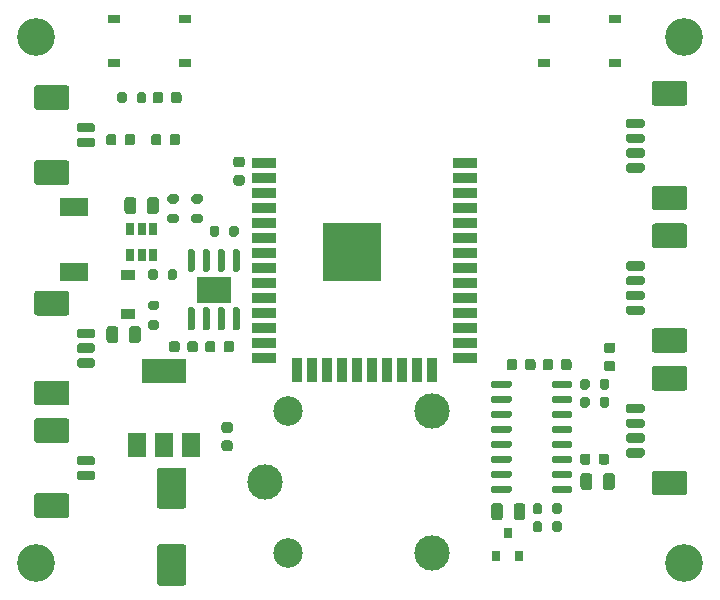
<source format=gbr>
%TF.GenerationSoftware,KiCad,Pcbnew,(5.1.12)-1*%
%TF.CreationDate,2022-08-07T17:33:45+09:00*%
%TF.ProjectId,STAC,53544143-2e6b-4696-9361-645f70636258,rev?*%
%TF.SameCoordinates,Original*%
%TF.FileFunction,Soldermask,Top*%
%TF.FilePolarity,Negative*%
%FSLAX46Y46*%
G04 Gerber Fmt 4.6, Leading zero omitted, Abs format (unit mm)*
G04 Created by KiCad (PCBNEW (5.1.12)-1) date 2022-08-07 17:33:45*
%MOMM*%
%LPD*%
G01*
G04 APERTURE LIST*
%ADD10R,1.200000X0.900000*%
%ADD11C,2.500000*%
%ADD12C,3.000000*%
%ADD13R,2.400000X1.500000*%
%ADD14R,0.800000X0.900000*%
%ADD15R,1.000000X0.750000*%
%ADD16R,0.650000X1.060000*%
%ADD17R,3.800000X2.000000*%
%ADD18R,1.500000X2.000000*%
%ADD19R,5.000000X5.000000*%
%ADD20R,2.000000X0.900000*%
%ADD21R,0.900000X2.000000*%
%ADD22C,3.200000*%
%ADD23R,3.000000X2.290000*%
G04 APERTURE END LIST*
%TO.C,U5*%
G36*
G01*
X116791000Y-85194000D02*
X116791000Y-85494000D01*
G75*
G02*
X116641000Y-85644000I-150000J0D01*
G01*
X115191000Y-85644000D01*
G75*
G02*
X115041000Y-85494000I0J150000D01*
G01*
X115041000Y-85194000D01*
G75*
G02*
X115191000Y-85044000I150000J0D01*
G01*
X116641000Y-85044000D01*
G75*
G02*
X116791000Y-85194000I0J-150000D01*
G01*
G37*
G36*
G01*
X116791000Y-83924000D02*
X116791000Y-84224000D01*
G75*
G02*
X116641000Y-84374000I-150000J0D01*
G01*
X115191000Y-84374000D01*
G75*
G02*
X115041000Y-84224000I0J150000D01*
G01*
X115041000Y-83924000D01*
G75*
G02*
X115191000Y-83774000I150000J0D01*
G01*
X116641000Y-83774000D01*
G75*
G02*
X116791000Y-83924000I0J-150000D01*
G01*
G37*
G36*
G01*
X116791000Y-82654000D02*
X116791000Y-82954000D01*
G75*
G02*
X116641000Y-83104000I-150000J0D01*
G01*
X115191000Y-83104000D01*
G75*
G02*
X115041000Y-82954000I0J150000D01*
G01*
X115041000Y-82654000D01*
G75*
G02*
X115191000Y-82504000I150000J0D01*
G01*
X116641000Y-82504000D01*
G75*
G02*
X116791000Y-82654000I0J-150000D01*
G01*
G37*
G36*
G01*
X116791000Y-81384000D02*
X116791000Y-81684000D01*
G75*
G02*
X116641000Y-81834000I-150000J0D01*
G01*
X115191000Y-81834000D01*
G75*
G02*
X115041000Y-81684000I0J150000D01*
G01*
X115041000Y-81384000D01*
G75*
G02*
X115191000Y-81234000I150000J0D01*
G01*
X116641000Y-81234000D01*
G75*
G02*
X116791000Y-81384000I0J-150000D01*
G01*
G37*
G36*
G01*
X116791000Y-80114000D02*
X116791000Y-80414000D01*
G75*
G02*
X116641000Y-80564000I-150000J0D01*
G01*
X115191000Y-80564000D01*
G75*
G02*
X115041000Y-80414000I0J150000D01*
G01*
X115041000Y-80114000D01*
G75*
G02*
X115191000Y-79964000I150000J0D01*
G01*
X116641000Y-79964000D01*
G75*
G02*
X116791000Y-80114000I0J-150000D01*
G01*
G37*
G36*
G01*
X116791000Y-78844000D02*
X116791000Y-79144000D01*
G75*
G02*
X116641000Y-79294000I-150000J0D01*
G01*
X115191000Y-79294000D01*
G75*
G02*
X115041000Y-79144000I0J150000D01*
G01*
X115041000Y-78844000D01*
G75*
G02*
X115191000Y-78694000I150000J0D01*
G01*
X116641000Y-78694000D01*
G75*
G02*
X116791000Y-78844000I0J-150000D01*
G01*
G37*
G36*
G01*
X116791000Y-77574000D02*
X116791000Y-77874000D01*
G75*
G02*
X116641000Y-78024000I-150000J0D01*
G01*
X115191000Y-78024000D01*
G75*
G02*
X115041000Y-77874000I0J150000D01*
G01*
X115041000Y-77574000D01*
G75*
G02*
X115191000Y-77424000I150000J0D01*
G01*
X116641000Y-77424000D01*
G75*
G02*
X116791000Y-77574000I0J-150000D01*
G01*
G37*
G36*
G01*
X116791000Y-76304000D02*
X116791000Y-76604000D01*
G75*
G02*
X116641000Y-76754000I-150000J0D01*
G01*
X115191000Y-76754000D01*
G75*
G02*
X115041000Y-76604000I0J150000D01*
G01*
X115041000Y-76304000D01*
G75*
G02*
X115191000Y-76154000I150000J0D01*
G01*
X116641000Y-76154000D01*
G75*
G02*
X116791000Y-76304000I0J-150000D01*
G01*
G37*
G36*
G01*
X121941000Y-76304000D02*
X121941000Y-76604000D01*
G75*
G02*
X121791000Y-76754000I-150000J0D01*
G01*
X120341000Y-76754000D01*
G75*
G02*
X120191000Y-76604000I0J150000D01*
G01*
X120191000Y-76304000D01*
G75*
G02*
X120341000Y-76154000I150000J0D01*
G01*
X121791000Y-76154000D01*
G75*
G02*
X121941000Y-76304000I0J-150000D01*
G01*
G37*
G36*
G01*
X121941000Y-77574000D02*
X121941000Y-77874000D01*
G75*
G02*
X121791000Y-78024000I-150000J0D01*
G01*
X120341000Y-78024000D01*
G75*
G02*
X120191000Y-77874000I0J150000D01*
G01*
X120191000Y-77574000D01*
G75*
G02*
X120341000Y-77424000I150000J0D01*
G01*
X121791000Y-77424000D01*
G75*
G02*
X121941000Y-77574000I0J-150000D01*
G01*
G37*
G36*
G01*
X121941000Y-78844000D02*
X121941000Y-79144000D01*
G75*
G02*
X121791000Y-79294000I-150000J0D01*
G01*
X120341000Y-79294000D01*
G75*
G02*
X120191000Y-79144000I0J150000D01*
G01*
X120191000Y-78844000D01*
G75*
G02*
X120341000Y-78694000I150000J0D01*
G01*
X121791000Y-78694000D01*
G75*
G02*
X121941000Y-78844000I0J-150000D01*
G01*
G37*
G36*
G01*
X121941000Y-80114000D02*
X121941000Y-80414000D01*
G75*
G02*
X121791000Y-80564000I-150000J0D01*
G01*
X120341000Y-80564000D01*
G75*
G02*
X120191000Y-80414000I0J150000D01*
G01*
X120191000Y-80114000D01*
G75*
G02*
X120341000Y-79964000I150000J0D01*
G01*
X121791000Y-79964000D01*
G75*
G02*
X121941000Y-80114000I0J-150000D01*
G01*
G37*
G36*
G01*
X121941000Y-81384000D02*
X121941000Y-81684000D01*
G75*
G02*
X121791000Y-81834000I-150000J0D01*
G01*
X120341000Y-81834000D01*
G75*
G02*
X120191000Y-81684000I0J150000D01*
G01*
X120191000Y-81384000D01*
G75*
G02*
X120341000Y-81234000I150000J0D01*
G01*
X121791000Y-81234000D01*
G75*
G02*
X121941000Y-81384000I0J-150000D01*
G01*
G37*
G36*
G01*
X121941000Y-82654000D02*
X121941000Y-82954000D01*
G75*
G02*
X121791000Y-83104000I-150000J0D01*
G01*
X120341000Y-83104000D01*
G75*
G02*
X120191000Y-82954000I0J150000D01*
G01*
X120191000Y-82654000D01*
G75*
G02*
X120341000Y-82504000I150000J0D01*
G01*
X121791000Y-82504000D01*
G75*
G02*
X121941000Y-82654000I0J-150000D01*
G01*
G37*
G36*
G01*
X121941000Y-83924000D02*
X121941000Y-84224000D01*
G75*
G02*
X121791000Y-84374000I-150000J0D01*
G01*
X120341000Y-84374000D01*
G75*
G02*
X120191000Y-84224000I0J150000D01*
G01*
X120191000Y-83924000D01*
G75*
G02*
X120341000Y-83774000I150000J0D01*
G01*
X121791000Y-83774000D01*
G75*
G02*
X121941000Y-83924000I0J-150000D01*
G01*
G37*
G36*
G01*
X121941000Y-85194000D02*
X121941000Y-85494000D01*
G75*
G02*
X121791000Y-85644000I-150000J0D01*
G01*
X120341000Y-85644000D01*
G75*
G02*
X120191000Y-85494000I0J150000D01*
G01*
X120191000Y-85194000D01*
G75*
G02*
X120341000Y-85044000I150000J0D01*
G01*
X121791000Y-85044000D01*
G75*
G02*
X121941000Y-85194000I0J-150000D01*
G01*
G37*
%TD*%
%TO.C,C1*%
G36*
G01*
X84021000Y-61816000D02*
X84021000Y-60866000D01*
G75*
G02*
X84271000Y-60616000I250000J0D01*
G01*
X84771000Y-60616000D01*
G75*
G02*
X85021000Y-60866000I0J-250000D01*
G01*
X85021000Y-61816000D01*
G75*
G02*
X84771000Y-62066000I-250000J0D01*
G01*
X84271000Y-62066000D01*
G75*
G02*
X84021000Y-61816000I0J250000D01*
G01*
G37*
G36*
G01*
X85921000Y-61816000D02*
X85921000Y-60866000D01*
G75*
G02*
X86171000Y-60616000I250000J0D01*
G01*
X86671000Y-60616000D01*
G75*
G02*
X86921000Y-60866000I0J-250000D01*
G01*
X86921000Y-61816000D01*
G75*
G02*
X86671000Y-62066000I-250000J0D01*
G01*
X86171000Y-62066000D01*
G75*
G02*
X85921000Y-61816000I0J250000D01*
G01*
G37*
%TD*%
%TO.C,C2*%
G36*
G01*
X87011000Y-83519000D02*
X89011000Y-83519000D01*
G75*
G02*
X89261000Y-83769000I0J-250000D01*
G01*
X89261000Y-86769000D01*
G75*
G02*
X89011000Y-87019000I-250000J0D01*
G01*
X87011000Y-87019000D01*
G75*
G02*
X86761000Y-86769000I0J250000D01*
G01*
X86761000Y-83769000D01*
G75*
G02*
X87011000Y-83519000I250000J0D01*
G01*
G37*
G36*
G01*
X87011000Y-90019000D02*
X89011000Y-90019000D01*
G75*
G02*
X89261000Y-90269000I0J-250000D01*
G01*
X89261000Y-93269000D01*
G75*
G02*
X89011000Y-93519000I-250000J0D01*
G01*
X87011000Y-93519000D01*
G75*
G02*
X86761000Y-93269000I0J250000D01*
G01*
X86761000Y-90269000D01*
G75*
G02*
X87011000Y-90019000I250000J0D01*
G01*
G37*
%TD*%
%TO.C,C3*%
G36*
G01*
X83497000Y-71788000D02*
X83497000Y-72738000D01*
G75*
G02*
X83247000Y-72988000I-250000J0D01*
G01*
X82747000Y-72988000D01*
G75*
G02*
X82497000Y-72738000I0J250000D01*
G01*
X82497000Y-71788000D01*
G75*
G02*
X82747000Y-71538000I250000J0D01*
G01*
X83247000Y-71538000D01*
G75*
G02*
X83497000Y-71788000I0J-250000D01*
G01*
G37*
G36*
G01*
X85397000Y-71788000D02*
X85397000Y-72738000D01*
G75*
G02*
X85147000Y-72988000I-250000J0D01*
G01*
X84647000Y-72988000D01*
G75*
G02*
X84397000Y-72738000I0J250000D01*
G01*
X84397000Y-71788000D01*
G75*
G02*
X84647000Y-71538000I250000J0D01*
G01*
X85147000Y-71538000D01*
G75*
G02*
X85397000Y-71788000I0J-250000D01*
G01*
G37*
%TD*%
%TO.C,C4*%
G36*
G01*
X125345000Y-75380000D02*
X124845000Y-75380000D01*
G75*
G02*
X124620000Y-75155000I0J225000D01*
G01*
X124620000Y-74705000D01*
G75*
G02*
X124845000Y-74480000I225000J0D01*
G01*
X125345000Y-74480000D01*
G75*
G02*
X125570000Y-74705000I0J-225000D01*
G01*
X125570000Y-75155000D01*
G75*
G02*
X125345000Y-75380000I-225000J0D01*
G01*
G37*
G36*
G01*
X125345000Y-73830000D02*
X124845000Y-73830000D01*
G75*
G02*
X124620000Y-73605000I0J225000D01*
G01*
X124620000Y-73155000D01*
G75*
G02*
X124845000Y-72930000I225000J0D01*
G01*
X125345000Y-72930000D01*
G75*
G02*
X125570000Y-73155000I0J-225000D01*
G01*
X125570000Y-73605000D01*
G75*
G02*
X125345000Y-73830000I-225000J0D01*
G01*
G37*
%TD*%
%TO.C,C5*%
G36*
G01*
X92960000Y-82124000D02*
X92460000Y-82124000D01*
G75*
G02*
X92235000Y-81899000I0J225000D01*
G01*
X92235000Y-81449000D01*
G75*
G02*
X92460000Y-81224000I225000J0D01*
G01*
X92960000Y-81224000D01*
G75*
G02*
X93185000Y-81449000I0J-225000D01*
G01*
X93185000Y-81899000D01*
G75*
G02*
X92960000Y-82124000I-225000J0D01*
G01*
G37*
G36*
G01*
X92960000Y-80574000D02*
X92460000Y-80574000D01*
G75*
G02*
X92235000Y-80349000I0J225000D01*
G01*
X92235000Y-79899000D01*
G75*
G02*
X92460000Y-79674000I225000J0D01*
G01*
X92960000Y-79674000D01*
G75*
G02*
X93185000Y-79899000I0J-225000D01*
G01*
X93185000Y-80349000D01*
G75*
G02*
X92960000Y-80574000I-225000J0D01*
G01*
G37*
%TD*%
%TO.C,C6*%
G36*
G01*
X123629000Y-84234000D02*
X123629000Y-85184000D01*
G75*
G02*
X123379000Y-85434000I-250000J0D01*
G01*
X122879000Y-85434000D01*
G75*
G02*
X122629000Y-85184000I0J250000D01*
G01*
X122629000Y-84234000D01*
G75*
G02*
X122879000Y-83984000I250000J0D01*
G01*
X123379000Y-83984000D01*
G75*
G02*
X123629000Y-84234000I0J-250000D01*
G01*
G37*
G36*
G01*
X125529000Y-84234000D02*
X125529000Y-85184000D01*
G75*
G02*
X125279000Y-85434000I-250000J0D01*
G01*
X124779000Y-85434000D01*
G75*
G02*
X124529000Y-85184000I0J250000D01*
G01*
X124529000Y-84234000D01*
G75*
G02*
X124779000Y-83984000I250000J0D01*
G01*
X125279000Y-83984000D01*
G75*
G02*
X125529000Y-84234000I0J-250000D01*
G01*
G37*
%TD*%
%TO.C,C7*%
G36*
G01*
X86405000Y-52447000D02*
X86405000Y-51947000D01*
G75*
G02*
X86630000Y-51722000I225000J0D01*
G01*
X87080000Y-51722000D01*
G75*
G02*
X87305000Y-51947000I0J-225000D01*
G01*
X87305000Y-52447000D01*
G75*
G02*
X87080000Y-52672000I-225000J0D01*
G01*
X86630000Y-52672000D01*
G75*
G02*
X86405000Y-52447000I0J225000D01*
G01*
G37*
G36*
G01*
X87955000Y-52447000D02*
X87955000Y-51947000D01*
G75*
G02*
X88180000Y-51722000I225000J0D01*
G01*
X88630000Y-51722000D01*
G75*
G02*
X88855000Y-51947000I0J-225000D01*
G01*
X88855000Y-52447000D01*
G75*
G02*
X88630000Y-52672000I-225000J0D01*
G01*
X88180000Y-52672000D01*
G75*
G02*
X87955000Y-52447000I0J225000D01*
G01*
G37*
%TD*%
%TO.C,C8*%
G36*
G01*
X88689000Y-73029000D02*
X88689000Y-73529000D01*
G75*
G02*
X88464000Y-73754000I-225000J0D01*
G01*
X88014000Y-73754000D01*
G75*
G02*
X87789000Y-73529000I0J225000D01*
G01*
X87789000Y-73029000D01*
G75*
G02*
X88014000Y-72804000I225000J0D01*
G01*
X88464000Y-72804000D01*
G75*
G02*
X88689000Y-73029000I0J-225000D01*
G01*
G37*
G36*
G01*
X90239000Y-73029000D02*
X90239000Y-73529000D01*
G75*
G02*
X90014000Y-73754000I-225000J0D01*
G01*
X89564000Y-73754000D01*
G75*
G02*
X89339000Y-73529000I0J225000D01*
G01*
X89339000Y-73029000D01*
G75*
G02*
X89564000Y-72804000I225000J0D01*
G01*
X90014000Y-72804000D01*
G75*
G02*
X90239000Y-73029000I0J-225000D01*
G01*
G37*
%TD*%
%TO.C,C9*%
G36*
G01*
X116377000Y-75053000D02*
X116377000Y-74553000D01*
G75*
G02*
X116602000Y-74328000I225000J0D01*
G01*
X117052000Y-74328000D01*
G75*
G02*
X117277000Y-74553000I0J-225000D01*
G01*
X117277000Y-75053000D01*
G75*
G02*
X117052000Y-75278000I-225000J0D01*
G01*
X116602000Y-75278000D01*
G75*
G02*
X116377000Y-75053000I0J225000D01*
G01*
G37*
G36*
G01*
X117927000Y-75053000D02*
X117927000Y-74553000D01*
G75*
G02*
X118152000Y-74328000I225000J0D01*
G01*
X118602000Y-74328000D01*
G75*
G02*
X118827000Y-74553000I0J-225000D01*
G01*
X118827000Y-75053000D01*
G75*
G02*
X118602000Y-75278000I-225000J0D01*
G01*
X118152000Y-75278000D01*
G75*
G02*
X117927000Y-75053000I0J225000D01*
G01*
G37*
%TD*%
%TO.C,C10*%
G36*
G01*
X120975000Y-75053000D02*
X120975000Y-74553000D01*
G75*
G02*
X121200000Y-74328000I225000J0D01*
G01*
X121650000Y-74328000D01*
G75*
G02*
X121875000Y-74553000I0J-225000D01*
G01*
X121875000Y-75053000D01*
G75*
G02*
X121650000Y-75278000I-225000J0D01*
G01*
X121200000Y-75278000D01*
G75*
G02*
X120975000Y-75053000I0J225000D01*
G01*
G37*
G36*
G01*
X119425000Y-75053000D02*
X119425000Y-74553000D01*
G75*
G02*
X119650000Y-74328000I225000J0D01*
G01*
X120100000Y-74328000D01*
G75*
G02*
X120325000Y-74553000I0J-225000D01*
G01*
X120325000Y-75053000D01*
G75*
G02*
X120100000Y-75278000I-225000J0D01*
G01*
X119650000Y-75278000D01*
G75*
G02*
X119425000Y-75053000I0J225000D01*
G01*
G37*
%TD*%
%TO.C,C11*%
G36*
G01*
X93476000Y-58745000D02*
X93976000Y-58745000D01*
G75*
G02*
X94201000Y-58970000I0J-225000D01*
G01*
X94201000Y-59420000D01*
G75*
G02*
X93976000Y-59645000I-225000J0D01*
G01*
X93476000Y-59645000D01*
G75*
G02*
X93251000Y-59420000I0J225000D01*
G01*
X93251000Y-58970000D01*
G75*
G02*
X93476000Y-58745000I225000J0D01*
G01*
G37*
G36*
G01*
X93476000Y-57195000D02*
X93976000Y-57195000D01*
G75*
G02*
X94201000Y-57420000I0J-225000D01*
G01*
X94201000Y-57870000D01*
G75*
G02*
X93976000Y-58095000I-225000J0D01*
G01*
X93476000Y-58095000D01*
G75*
G02*
X93251000Y-57870000I0J225000D01*
G01*
X93251000Y-57420000D01*
G75*
G02*
X93476000Y-57195000I225000J0D01*
G01*
G37*
%TD*%
%TO.C,C12*%
G36*
G01*
X115070000Y-87724000D02*
X115070000Y-86774000D01*
G75*
G02*
X115320000Y-86524000I250000J0D01*
G01*
X115820000Y-86524000D01*
G75*
G02*
X116070000Y-86774000I0J-250000D01*
G01*
X116070000Y-87724000D01*
G75*
G02*
X115820000Y-87974000I-250000J0D01*
G01*
X115320000Y-87974000D01*
G75*
G02*
X115070000Y-87724000I0J250000D01*
G01*
G37*
G36*
G01*
X116970000Y-87724000D02*
X116970000Y-86774000D01*
G75*
G02*
X117220000Y-86524000I250000J0D01*
G01*
X117720000Y-86524000D01*
G75*
G02*
X117970000Y-86774000I0J-250000D01*
G01*
X117970000Y-87724000D01*
G75*
G02*
X117720000Y-87974000I-250000J0D01*
G01*
X117220000Y-87974000D01*
G75*
G02*
X116970000Y-87724000I0J250000D01*
G01*
G37*
%TD*%
D10*
%TO.C,D1*%
X84328000Y-70484000D03*
X84328000Y-67184000D03*
%TD*%
%TO.C,D2*%
G36*
G01*
X87153000Y-55496750D02*
X87153000Y-56009250D01*
G75*
G02*
X86934250Y-56228000I-218750J0D01*
G01*
X86496750Y-56228000D01*
G75*
G02*
X86278000Y-56009250I0J218750D01*
G01*
X86278000Y-55496750D01*
G75*
G02*
X86496750Y-55278000I218750J0D01*
G01*
X86934250Y-55278000D01*
G75*
G02*
X87153000Y-55496750I0J-218750D01*
G01*
G37*
G36*
G01*
X88728000Y-55496750D02*
X88728000Y-56009250D01*
G75*
G02*
X88509250Y-56228000I-218750J0D01*
G01*
X88071750Y-56228000D01*
G75*
G02*
X87853000Y-56009250I0J218750D01*
G01*
X87853000Y-55496750D01*
G75*
G02*
X88071750Y-55278000I218750J0D01*
G01*
X88509250Y-55278000D01*
G75*
G02*
X88728000Y-55496750I0J-218750D01*
G01*
G37*
%TD*%
%TO.C,D3*%
G36*
G01*
X83343000Y-55496750D02*
X83343000Y-56009250D01*
G75*
G02*
X83124250Y-56228000I-218750J0D01*
G01*
X82686750Y-56228000D01*
G75*
G02*
X82468000Y-56009250I0J218750D01*
G01*
X82468000Y-55496750D01*
G75*
G02*
X82686750Y-55278000I218750J0D01*
G01*
X83124250Y-55278000D01*
G75*
G02*
X83343000Y-55496750I0J-218750D01*
G01*
G37*
G36*
G01*
X84918000Y-55496750D02*
X84918000Y-56009250D01*
G75*
G02*
X84699250Y-56228000I-218750J0D01*
G01*
X84261750Y-56228000D01*
G75*
G02*
X84043000Y-56009250I0J218750D01*
G01*
X84043000Y-55496750D01*
G75*
G02*
X84261750Y-55278000I218750J0D01*
G01*
X84699250Y-55278000D01*
G75*
G02*
X84918000Y-55496750I0J-218750D01*
G01*
G37*
%TD*%
%TO.C,D4*%
G36*
G01*
X93300000Y-73022750D02*
X93300000Y-73535250D01*
G75*
G02*
X93081250Y-73754000I-218750J0D01*
G01*
X92643750Y-73754000D01*
G75*
G02*
X92425000Y-73535250I0J218750D01*
G01*
X92425000Y-73022750D01*
G75*
G02*
X92643750Y-72804000I218750J0D01*
G01*
X93081250Y-72804000D01*
G75*
G02*
X93300000Y-73022750I0J-218750D01*
G01*
G37*
G36*
G01*
X91725000Y-73022750D02*
X91725000Y-73535250D01*
G75*
G02*
X91506250Y-73754000I-218750J0D01*
G01*
X91068750Y-73754000D01*
G75*
G02*
X90850000Y-73535250I0J218750D01*
G01*
X90850000Y-73022750D01*
G75*
G02*
X91068750Y-72804000I218750J0D01*
G01*
X91506250Y-72804000D01*
G75*
G02*
X91725000Y-73022750I0J-218750D01*
G01*
G37*
%TD*%
%TO.C,J1*%
G36*
G01*
X76608999Y-57497000D02*
X79109001Y-57497000D01*
G75*
G02*
X79359000Y-57746999I0J-249999D01*
G01*
X79359000Y-59347001D01*
G75*
G02*
X79109001Y-59597000I-249999J0D01*
G01*
X76608999Y-59597000D01*
G75*
G02*
X76359000Y-59347001I0J249999D01*
G01*
X76359000Y-57746999D01*
G75*
G02*
X76608999Y-57497000I249999J0D01*
G01*
G37*
G36*
G01*
X76608999Y-51147000D02*
X79109001Y-51147000D01*
G75*
G02*
X79359000Y-51396999I0J-249999D01*
G01*
X79359000Y-52997001D01*
G75*
G02*
X79109001Y-53247000I-249999J0D01*
G01*
X76608999Y-53247000D01*
G75*
G02*
X76359000Y-52997001I0J249999D01*
G01*
X76359000Y-51396999D01*
G75*
G02*
X76608999Y-51147000I249999J0D01*
G01*
G37*
G36*
G01*
X80159000Y-55597000D02*
X81359000Y-55597000D01*
G75*
G02*
X81559000Y-55797000I0J-200000D01*
G01*
X81559000Y-56197000D01*
G75*
G02*
X81359000Y-56397000I-200000J0D01*
G01*
X80159000Y-56397000D01*
G75*
G02*
X79959000Y-56197000I0J200000D01*
G01*
X79959000Y-55797000D01*
G75*
G02*
X80159000Y-55597000I200000J0D01*
G01*
G37*
G36*
G01*
X80159000Y-54347000D02*
X81359000Y-54347000D01*
G75*
G02*
X81559000Y-54547000I0J-200000D01*
G01*
X81559000Y-54947000D01*
G75*
G02*
X81359000Y-55147000I-200000J0D01*
G01*
X80159000Y-55147000D01*
G75*
G02*
X79959000Y-54947000I0J200000D01*
G01*
X79959000Y-54547000D01*
G75*
G02*
X80159000Y-54347000I200000J0D01*
G01*
G37*
%TD*%
%TO.C,J2*%
G36*
G01*
X80159000Y-82541000D02*
X81359000Y-82541000D01*
G75*
G02*
X81559000Y-82741000I0J-200000D01*
G01*
X81559000Y-83141000D01*
G75*
G02*
X81359000Y-83341000I-200000J0D01*
G01*
X80159000Y-83341000D01*
G75*
G02*
X79959000Y-83141000I0J200000D01*
G01*
X79959000Y-82741000D01*
G75*
G02*
X80159000Y-82541000I200000J0D01*
G01*
G37*
G36*
G01*
X80159000Y-83791000D02*
X81359000Y-83791000D01*
G75*
G02*
X81559000Y-83991000I0J-200000D01*
G01*
X81559000Y-84391000D01*
G75*
G02*
X81359000Y-84591000I-200000J0D01*
G01*
X80159000Y-84591000D01*
G75*
G02*
X79959000Y-84391000I0J200000D01*
G01*
X79959000Y-83991000D01*
G75*
G02*
X80159000Y-83791000I200000J0D01*
G01*
G37*
G36*
G01*
X76608999Y-79341000D02*
X79109001Y-79341000D01*
G75*
G02*
X79359000Y-79590999I0J-249999D01*
G01*
X79359000Y-81191001D01*
G75*
G02*
X79109001Y-81441000I-249999J0D01*
G01*
X76608999Y-81441000D01*
G75*
G02*
X76359000Y-81191001I0J249999D01*
G01*
X76359000Y-79590999D01*
G75*
G02*
X76608999Y-79341000I249999J0D01*
G01*
G37*
G36*
G01*
X76608999Y-85691000D02*
X79109001Y-85691000D01*
G75*
G02*
X79359000Y-85940999I0J-249999D01*
G01*
X79359000Y-87541001D01*
G75*
G02*
X79109001Y-87791000I-249999J0D01*
G01*
X76608999Y-87791000D01*
G75*
G02*
X76359000Y-87541001I0J249999D01*
G01*
X76359000Y-85940999D01*
G75*
G02*
X76608999Y-85691000I249999J0D01*
G01*
G37*
%TD*%
%TO.C,J3*%
G36*
G01*
X131417001Y-77016000D02*
X128916999Y-77016000D01*
G75*
G02*
X128667000Y-76766001I0J249999D01*
G01*
X128667000Y-75165999D01*
G75*
G02*
X128916999Y-74916000I249999J0D01*
G01*
X131417001Y-74916000D01*
G75*
G02*
X131667000Y-75165999I0J-249999D01*
G01*
X131667000Y-76766001D01*
G75*
G02*
X131417001Y-77016000I-249999J0D01*
G01*
G37*
G36*
G01*
X131417001Y-85866000D02*
X128916999Y-85866000D01*
G75*
G02*
X128667000Y-85616001I0J249999D01*
G01*
X128667000Y-84015999D01*
G75*
G02*
X128916999Y-83766000I249999J0D01*
G01*
X131417001Y-83766000D01*
G75*
G02*
X131667000Y-84015999I0J-249999D01*
G01*
X131667000Y-85616001D01*
G75*
G02*
X131417001Y-85866000I-249999J0D01*
G01*
G37*
G36*
G01*
X127867000Y-78916000D02*
X126667000Y-78916000D01*
G75*
G02*
X126467000Y-78716000I0J200000D01*
G01*
X126467000Y-78316000D01*
G75*
G02*
X126667000Y-78116000I200000J0D01*
G01*
X127867000Y-78116000D01*
G75*
G02*
X128067000Y-78316000I0J-200000D01*
G01*
X128067000Y-78716000D01*
G75*
G02*
X127867000Y-78916000I-200000J0D01*
G01*
G37*
G36*
G01*
X127867000Y-80166000D02*
X126667000Y-80166000D01*
G75*
G02*
X126467000Y-79966000I0J200000D01*
G01*
X126467000Y-79566000D01*
G75*
G02*
X126667000Y-79366000I200000J0D01*
G01*
X127867000Y-79366000D01*
G75*
G02*
X128067000Y-79566000I0J-200000D01*
G01*
X128067000Y-79966000D01*
G75*
G02*
X127867000Y-80166000I-200000J0D01*
G01*
G37*
G36*
G01*
X127867000Y-81416000D02*
X126667000Y-81416000D01*
G75*
G02*
X126467000Y-81216000I0J200000D01*
G01*
X126467000Y-80816000D01*
G75*
G02*
X126667000Y-80616000I200000J0D01*
G01*
X127867000Y-80616000D01*
G75*
G02*
X128067000Y-80816000I0J-200000D01*
G01*
X128067000Y-81216000D01*
G75*
G02*
X127867000Y-81416000I-200000J0D01*
G01*
G37*
G36*
G01*
X127867000Y-82666000D02*
X126667000Y-82666000D01*
G75*
G02*
X126467000Y-82466000I0J200000D01*
G01*
X126467000Y-82066000D01*
G75*
G02*
X126667000Y-81866000I200000J0D01*
G01*
X127867000Y-81866000D01*
G75*
G02*
X128067000Y-82066000I0J-200000D01*
G01*
X128067000Y-82466000D01*
G75*
G02*
X127867000Y-82666000I-200000J0D01*
G01*
G37*
%TD*%
%TO.C,J4*%
G36*
G01*
X127867000Y-58536000D02*
X126667000Y-58536000D01*
G75*
G02*
X126467000Y-58336000I0J200000D01*
G01*
X126467000Y-57936000D01*
G75*
G02*
X126667000Y-57736000I200000J0D01*
G01*
X127867000Y-57736000D01*
G75*
G02*
X128067000Y-57936000I0J-200000D01*
G01*
X128067000Y-58336000D01*
G75*
G02*
X127867000Y-58536000I-200000J0D01*
G01*
G37*
G36*
G01*
X127867000Y-57286000D02*
X126667000Y-57286000D01*
G75*
G02*
X126467000Y-57086000I0J200000D01*
G01*
X126467000Y-56686000D01*
G75*
G02*
X126667000Y-56486000I200000J0D01*
G01*
X127867000Y-56486000D01*
G75*
G02*
X128067000Y-56686000I0J-200000D01*
G01*
X128067000Y-57086000D01*
G75*
G02*
X127867000Y-57286000I-200000J0D01*
G01*
G37*
G36*
G01*
X127867000Y-56036000D02*
X126667000Y-56036000D01*
G75*
G02*
X126467000Y-55836000I0J200000D01*
G01*
X126467000Y-55436000D01*
G75*
G02*
X126667000Y-55236000I200000J0D01*
G01*
X127867000Y-55236000D01*
G75*
G02*
X128067000Y-55436000I0J-200000D01*
G01*
X128067000Y-55836000D01*
G75*
G02*
X127867000Y-56036000I-200000J0D01*
G01*
G37*
G36*
G01*
X127867000Y-54786000D02*
X126667000Y-54786000D01*
G75*
G02*
X126467000Y-54586000I0J200000D01*
G01*
X126467000Y-54186000D01*
G75*
G02*
X126667000Y-53986000I200000J0D01*
G01*
X127867000Y-53986000D01*
G75*
G02*
X128067000Y-54186000I0J-200000D01*
G01*
X128067000Y-54586000D01*
G75*
G02*
X127867000Y-54786000I-200000J0D01*
G01*
G37*
G36*
G01*
X131417001Y-61736000D02*
X128916999Y-61736000D01*
G75*
G02*
X128667000Y-61486001I0J249999D01*
G01*
X128667000Y-59885999D01*
G75*
G02*
X128916999Y-59636000I249999J0D01*
G01*
X131417001Y-59636000D01*
G75*
G02*
X131667000Y-59885999I0J-249999D01*
G01*
X131667000Y-61486001D01*
G75*
G02*
X131417001Y-61736000I-249999J0D01*
G01*
G37*
G36*
G01*
X131417001Y-52886000D02*
X128916999Y-52886000D01*
G75*
G02*
X128667000Y-52636001I0J249999D01*
G01*
X128667000Y-51035999D01*
G75*
G02*
X128916999Y-50786000I249999J0D01*
G01*
X131417001Y-50786000D01*
G75*
G02*
X131667000Y-51035999I0J-249999D01*
G01*
X131667000Y-52636001D01*
G75*
G02*
X131417001Y-52886000I-249999J0D01*
G01*
G37*
%TD*%
%TO.C,J5*%
G36*
G01*
X127867000Y-70601000D02*
X126667000Y-70601000D01*
G75*
G02*
X126467000Y-70401000I0J200000D01*
G01*
X126467000Y-70001000D01*
G75*
G02*
X126667000Y-69801000I200000J0D01*
G01*
X127867000Y-69801000D01*
G75*
G02*
X128067000Y-70001000I0J-200000D01*
G01*
X128067000Y-70401000D01*
G75*
G02*
X127867000Y-70601000I-200000J0D01*
G01*
G37*
G36*
G01*
X127867000Y-69351000D02*
X126667000Y-69351000D01*
G75*
G02*
X126467000Y-69151000I0J200000D01*
G01*
X126467000Y-68751000D01*
G75*
G02*
X126667000Y-68551000I200000J0D01*
G01*
X127867000Y-68551000D01*
G75*
G02*
X128067000Y-68751000I0J-200000D01*
G01*
X128067000Y-69151000D01*
G75*
G02*
X127867000Y-69351000I-200000J0D01*
G01*
G37*
G36*
G01*
X127867000Y-68101000D02*
X126667000Y-68101000D01*
G75*
G02*
X126467000Y-67901000I0J200000D01*
G01*
X126467000Y-67501000D01*
G75*
G02*
X126667000Y-67301000I200000J0D01*
G01*
X127867000Y-67301000D01*
G75*
G02*
X128067000Y-67501000I0J-200000D01*
G01*
X128067000Y-67901000D01*
G75*
G02*
X127867000Y-68101000I-200000J0D01*
G01*
G37*
G36*
G01*
X127867000Y-66851000D02*
X126667000Y-66851000D01*
G75*
G02*
X126467000Y-66651000I0J200000D01*
G01*
X126467000Y-66251000D01*
G75*
G02*
X126667000Y-66051000I200000J0D01*
G01*
X127867000Y-66051000D01*
G75*
G02*
X128067000Y-66251000I0J-200000D01*
G01*
X128067000Y-66651000D01*
G75*
G02*
X127867000Y-66851000I-200000J0D01*
G01*
G37*
G36*
G01*
X131417001Y-73801000D02*
X128916999Y-73801000D01*
G75*
G02*
X128667000Y-73551001I0J249999D01*
G01*
X128667000Y-71950999D01*
G75*
G02*
X128916999Y-71701000I249999J0D01*
G01*
X131417001Y-71701000D01*
G75*
G02*
X131667000Y-71950999I0J-249999D01*
G01*
X131667000Y-73551001D01*
G75*
G02*
X131417001Y-73801000I-249999J0D01*
G01*
G37*
G36*
G01*
X131417001Y-64951000D02*
X128916999Y-64951000D01*
G75*
G02*
X128667000Y-64701001I0J249999D01*
G01*
X128667000Y-63100999D01*
G75*
G02*
X128916999Y-62851000I249999J0D01*
G01*
X131417001Y-62851000D01*
G75*
G02*
X131667000Y-63100999I0J-249999D01*
G01*
X131667000Y-64701001D01*
G75*
G02*
X131417001Y-64951000I-249999J0D01*
G01*
G37*
%TD*%
D11*
%TO.C,K1*%
X97835000Y-90759000D03*
D12*
X110035000Y-90759000D03*
X110085000Y-78709000D03*
D11*
X97835000Y-78759000D03*
D12*
X95885000Y-84709000D03*
%TD*%
D13*
%TO.C,L1*%
X79756000Y-61429000D03*
X79756000Y-66929000D03*
%TD*%
%TO.C,L2*%
G36*
G01*
X125050000Y-82547750D02*
X125050000Y-83060250D01*
G75*
G02*
X124831250Y-83279000I-218750J0D01*
G01*
X124393750Y-83279000D01*
G75*
G02*
X124175000Y-83060250I0J218750D01*
G01*
X124175000Y-82547750D01*
G75*
G02*
X124393750Y-82329000I218750J0D01*
G01*
X124831250Y-82329000D01*
G75*
G02*
X125050000Y-82547750I0J-218750D01*
G01*
G37*
G36*
G01*
X123475000Y-82547750D02*
X123475000Y-83060250D01*
G75*
G02*
X123256250Y-83279000I-218750J0D01*
G01*
X122818750Y-83279000D01*
G75*
G02*
X122600000Y-83060250I0J218750D01*
G01*
X122600000Y-82547750D01*
G75*
G02*
X122818750Y-82329000I218750J0D01*
G01*
X123256250Y-82329000D01*
G75*
G02*
X123475000Y-82547750I0J-218750D01*
G01*
G37*
%TD*%
D14*
%TO.C,Q1*%
X115509000Y-91043000D03*
X117409000Y-91043000D03*
X116459000Y-89043000D03*
%TD*%
%TO.C,R1*%
G36*
G01*
X92881000Y-63775000D02*
X92881000Y-63225000D01*
G75*
G02*
X93081000Y-63025000I200000J0D01*
G01*
X93481000Y-63025000D01*
G75*
G02*
X93681000Y-63225000I0J-200000D01*
G01*
X93681000Y-63775000D01*
G75*
G02*
X93481000Y-63975000I-200000J0D01*
G01*
X93081000Y-63975000D01*
G75*
G02*
X92881000Y-63775000I0J200000D01*
G01*
G37*
G36*
G01*
X91231000Y-63775000D02*
X91231000Y-63225000D01*
G75*
G02*
X91431000Y-63025000I200000J0D01*
G01*
X91831000Y-63025000D01*
G75*
G02*
X92031000Y-63225000I0J-200000D01*
G01*
X92031000Y-63775000D01*
G75*
G02*
X91831000Y-63975000I-200000J0D01*
G01*
X91431000Y-63975000D01*
G75*
G02*
X91231000Y-63775000I0J200000D01*
G01*
G37*
%TD*%
%TO.C,R2*%
G36*
G01*
X86762000Y-71837000D02*
X86212000Y-71837000D01*
G75*
G02*
X86012000Y-71637000I0J200000D01*
G01*
X86012000Y-71237000D01*
G75*
G02*
X86212000Y-71037000I200000J0D01*
G01*
X86762000Y-71037000D01*
G75*
G02*
X86962000Y-71237000I0J-200000D01*
G01*
X86962000Y-71637000D01*
G75*
G02*
X86762000Y-71837000I-200000J0D01*
G01*
G37*
G36*
G01*
X86762000Y-70187000D02*
X86212000Y-70187000D01*
G75*
G02*
X86012000Y-69987000I0J200000D01*
G01*
X86012000Y-69587000D01*
G75*
G02*
X86212000Y-69387000I200000J0D01*
G01*
X86762000Y-69387000D01*
G75*
G02*
X86962000Y-69587000I0J-200000D01*
G01*
X86962000Y-69987000D01*
G75*
G02*
X86762000Y-70187000I-200000J0D01*
G01*
G37*
%TD*%
%TO.C,R3*%
G36*
G01*
X86024000Y-67458000D02*
X86024000Y-66908000D01*
G75*
G02*
X86224000Y-66708000I200000J0D01*
G01*
X86624000Y-66708000D01*
G75*
G02*
X86824000Y-66908000I0J-200000D01*
G01*
X86824000Y-67458000D01*
G75*
G02*
X86624000Y-67658000I-200000J0D01*
G01*
X86224000Y-67658000D01*
G75*
G02*
X86024000Y-67458000I0J200000D01*
G01*
G37*
G36*
G01*
X87674000Y-67458000D02*
X87674000Y-66908000D01*
G75*
G02*
X87874000Y-66708000I200000J0D01*
G01*
X88274000Y-66708000D01*
G75*
G02*
X88474000Y-66908000I0J-200000D01*
G01*
X88474000Y-67458000D01*
G75*
G02*
X88274000Y-67658000I-200000J0D01*
G01*
X87874000Y-67658000D01*
G75*
G02*
X87674000Y-67458000I0J200000D01*
G01*
G37*
%TD*%
%TO.C,R4*%
G36*
G01*
X89895000Y-60370000D02*
X90445000Y-60370000D01*
G75*
G02*
X90645000Y-60570000I0J-200000D01*
G01*
X90645000Y-60970000D01*
G75*
G02*
X90445000Y-61170000I-200000J0D01*
G01*
X89895000Y-61170000D01*
G75*
G02*
X89695000Y-60970000I0J200000D01*
G01*
X89695000Y-60570000D01*
G75*
G02*
X89895000Y-60370000I200000J0D01*
G01*
G37*
G36*
G01*
X89895000Y-62020000D02*
X90445000Y-62020000D01*
G75*
G02*
X90645000Y-62220000I0J-200000D01*
G01*
X90645000Y-62620000D01*
G75*
G02*
X90445000Y-62820000I-200000J0D01*
G01*
X89895000Y-62820000D01*
G75*
G02*
X89695000Y-62620000I0J200000D01*
G01*
X89695000Y-62220000D01*
G75*
G02*
X89895000Y-62020000I200000J0D01*
G01*
G37*
%TD*%
%TO.C,R5*%
G36*
G01*
X87863000Y-62020000D02*
X88413000Y-62020000D01*
G75*
G02*
X88613000Y-62220000I0J-200000D01*
G01*
X88613000Y-62620000D01*
G75*
G02*
X88413000Y-62820000I-200000J0D01*
G01*
X87863000Y-62820000D01*
G75*
G02*
X87663000Y-62620000I0J200000D01*
G01*
X87663000Y-62220000D01*
G75*
G02*
X87863000Y-62020000I200000J0D01*
G01*
G37*
G36*
G01*
X87863000Y-60370000D02*
X88413000Y-60370000D01*
G75*
G02*
X88613000Y-60570000I0J-200000D01*
G01*
X88613000Y-60970000D01*
G75*
G02*
X88413000Y-61170000I-200000J0D01*
G01*
X87863000Y-61170000D01*
G75*
G02*
X87663000Y-60970000I0J200000D01*
G01*
X87663000Y-60570000D01*
G75*
G02*
X87863000Y-60370000I200000J0D01*
G01*
G37*
%TD*%
%TO.C,R6*%
G36*
G01*
X122600000Y-78253000D02*
X122600000Y-77703000D01*
G75*
G02*
X122800000Y-77503000I200000J0D01*
G01*
X123200000Y-77503000D01*
G75*
G02*
X123400000Y-77703000I0J-200000D01*
G01*
X123400000Y-78253000D01*
G75*
G02*
X123200000Y-78453000I-200000J0D01*
G01*
X122800000Y-78453000D01*
G75*
G02*
X122600000Y-78253000I0J200000D01*
G01*
G37*
G36*
G01*
X124250000Y-78253000D02*
X124250000Y-77703000D01*
G75*
G02*
X124450000Y-77503000I200000J0D01*
G01*
X124850000Y-77503000D01*
G75*
G02*
X125050000Y-77703000I0J-200000D01*
G01*
X125050000Y-78253000D01*
G75*
G02*
X124850000Y-78453000I-200000J0D01*
G01*
X124450000Y-78453000D01*
G75*
G02*
X124250000Y-78253000I0J200000D01*
G01*
G37*
%TD*%
%TO.C,R7*%
G36*
G01*
X83421000Y-52472000D02*
X83421000Y-51922000D01*
G75*
G02*
X83621000Y-51722000I200000J0D01*
G01*
X84021000Y-51722000D01*
G75*
G02*
X84221000Y-51922000I0J-200000D01*
G01*
X84221000Y-52472000D01*
G75*
G02*
X84021000Y-52672000I-200000J0D01*
G01*
X83621000Y-52672000D01*
G75*
G02*
X83421000Y-52472000I0J200000D01*
G01*
G37*
G36*
G01*
X85071000Y-52472000D02*
X85071000Y-51922000D01*
G75*
G02*
X85271000Y-51722000I200000J0D01*
G01*
X85671000Y-51722000D01*
G75*
G02*
X85871000Y-51922000I0J-200000D01*
G01*
X85871000Y-52472000D01*
G75*
G02*
X85671000Y-52672000I-200000J0D01*
G01*
X85271000Y-52672000D01*
G75*
G02*
X85071000Y-52472000I0J200000D01*
G01*
G37*
%TD*%
%TO.C,R8*%
G36*
G01*
X124250000Y-76729000D02*
X124250000Y-76179000D01*
G75*
G02*
X124450000Y-75979000I200000J0D01*
G01*
X124850000Y-75979000D01*
G75*
G02*
X125050000Y-76179000I0J-200000D01*
G01*
X125050000Y-76729000D01*
G75*
G02*
X124850000Y-76929000I-200000J0D01*
G01*
X124450000Y-76929000D01*
G75*
G02*
X124250000Y-76729000I0J200000D01*
G01*
G37*
G36*
G01*
X122600000Y-76729000D02*
X122600000Y-76179000D01*
G75*
G02*
X122800000Y-75979000I200000J0D01*
G01*
X123200000Y-75979000D01*
G75*
G02*
X123400000Y-76179000I0J-200000D01*
G01*
X123400000Y-76729000D01*
G75*
G02*
X123200000Y-76929000I-200000J0D01*
G01*
X122800000Y-76929000D01*
G75*
G02*
X122600000Y-76729000I0J200000D01*
G01*
G37*
%TD*%
%TO.C,R9*%
G36*
G01*
X119400000Y-88244000D02*
X119400000Y-88794000D01*
G75*
G02*
X119200000Y-88994000I-200000J0D01*
G01*
X118800000Y-88994000D01*
G75*
G02*
X118600000Y-88794000I0J200000D01*
G01*
X118600000Y-88244000D01*
G75*
G02*
X118800000Y-88044000I200000J0D01*
G01*
X119200000Y-88044000D01*
G75*
G02*
X119400000Y-88244000I0J-200000D01*
G01*
G37*
G36*
G01*
X121050000Y-88244000D02*
X121050000Y-88794000D01*
G75*
G02*
X120850000Y-88994000I-200000J0D01*
G01*
X120450000Y-88994000D01*
G75*
G02*
X120250000Y-88794000I0J200000D01*
G01*
X120250000Y-88244000D01*
G75*
G02*
X120450000Y-88044000I200000J0D01*
G01*
X120850000Y-88044000D01*
G75*
G02*
X121050000Y-88244000I0J-200000D01*
G01*
G37*
%TD*%
%TO.C,R10*%
G36*
G01*
X120250000Y-87270000D02*
X120250000Y-86720000D01*
G75*
G02*
X120450000Y-86520000I200000J0D01*
G01*
X120850000Y-86520000D01*
G75*
G02*
X121050000Y-86720000I0J-200000D01*
G01*
X121050000Y-87270000D01*
G75*
G02*
X120850000Y-87470000I-200000J0D01*
G01*
X120450000Y-87470000D01*
G75*
G02*
X120250000Y-87270000I0J200000D01*
G01*
G37*
G36*
G01*
X118600000Y-87270000D02*
X118600000Y-86720000D01*
G75*
G02*
X118800000Y-86520000I200000J0D01*
G01*
X119200000Y-86520000D01*
G75*
G02*
X119400000Y-86720000I0J-200000D01*
G01*
X119400000Y-87270000D01*
G75*
G02*
X119200000Y-87470000I-200000J0D01*
G01*
X118800000Y-87470000D01*
G75*
G02*
X118600000Y-87270000I0J200000D01*
G01*
G37*
%TD*%
D15*
%TO.C,S1*%
X89106000Y-49246000D03*
X83106000Y-49246000D03*
X89106000Y-45496000D03*
X83106000Y-45496000D03*
%TD*%
%TO.C,S2*%
X119555000Y-45496000D03*
X125555000Y-45496000D03*
X119555000Y-49246000D03*
X125555000Y-49246000D03*
%TD*%
D16*
%TO.C,U2*%
X84521000Y-65489000D03*
X85471000Y-65489000D03*
X86421000Y-65489000D03*
X86421000Y-63289000D03*
X84521000Y-63289000D03*
X85471000Y-63289000D03*
%TD*%
D17*
%TO.C,U3*%
X87376000Y-75336000D03*
D18*
X87376000Y-81636000D03*
X89676000Y-81636000D03*
X85076000Y-81636000D03*
%TD*%
D19*
%TO.C,U4*%
X103318001Y-65228001D03*
D20*
X95818001Y-57728001D03*
X95818001Y-58998001D03*
X95818001Y-60268001D03*
X95818001Y-61538001D03*
X95818001Y-62808001D03*
X95818001Y-64078001D03*
X95818001Y-65348001D03*
X95818001Y-66618001D03*
X95818001Y-67888001D03*
X95818001Y-69158001D03*
X95818001Y-70428001D03*
X95818001Y-71698001D03*
X95818001Y-72968001D03*
X95818001Y-74238001D03*
D21*
X98603001Y-75238001D03*
X99873001Y-75238001D03*
X101143001Y-75238001D03*
X102413001Y-75238001D03*
X103683001Y-75238001D03*
X104953001Y-75238001D03*
X106223001Y-75238001D03*
X107493001Y-75238001D03*
X108763001Y-75238001D03*
X110033001Y-75238001D03*
D20*
X112818001Y-74238001D03*
X112818001Y-72968001D03*
X112818001Y-71698001D03*
X112818001Y-70428001D03*
X112818001Y-69158001D03*
X112818001Y-67888001D03*
X112818001Y-66618001D03*
X112818001Y-65348001D03*
X112818001Y-64078001D03*
X112818001Y-62808001D03*
X112818001Y-61538001D03*
X112818001Y-60268001D03*
X112818001Y-58998001D03*
X112818001Y-57728001D03*
%TD*%
%TO.C,J6*%
G36*
G01*
X80159000Y-71756000D02*
X81359000Y-71756000D01*
G75*
G02*
X81559000Y-71956000I0J-200000D01*
G01*
X81559000Y-72356000D01*
G75*
G02*
X81359000Y-72556000I-200000J0D01*
G01*
X80159000Y-72556000D01*
G75*
G02*
X79959000Y-72356000I0J200000D01*
G01*
X79959000Y-71956000D01*
G75*
G02*
X80159000Y-71756000I200000J0D01*
G01*
G37*
G36*
G01*
X80159000Y-73006000D02*
X81359000Y-73006000D01*
G75*
G02*
X81559000Y-73206000I0J-200000D01*
G01*
X81559000Y-73606000D01*
G75*
G02*
X81359000Y-73806000I-200000J0D01*
G01*
X80159000Y-73806000D01*
G75*
G02*
X79959000Y-73606000I0J200000D01*
G01*
X79959000Y-73206000D01*
G75*
G02*
X80159000Y-73006000I200000J0D01*
G01*
G37*
G36*
G01*
X80159000Y-74256000D02*
X81359000Y-74256000D01*
G75*
G02*
X81559000Y-74456000I0J-200000D01*
G01*
X81559000Y-74856000D01*
G75*
G02*
X81359000Y-75056000I-200000J0D01*
G01*
X80159000Y-75056000D01*
G75*
G02*
X79959000Y-74856000I0J200000D01*
G01*
X79959000Y-74456000D01*
G75*
G02*
X80159000Y-74256000I200000J0D01*
G01*
G37*
G36*
G01*
X76608999Y-68556000D02*
X79109001Y-68556000D01*
G75*
G02*
X79359000Y-68805999I0J-249999D01*
G01*
X79359000Y-70406001D01*
G75*
G02*
X79109001Y-70656000I-249999J0D01*
G01*
X76608999Y-70656000D01*
G75*
G02*
X76359000Y-70406001I0J249999D01*
G01*
X76359000Y-68805999D01*
G75*
G02*
X76608999Y-68556000I249999J0D01*
G01*
G37*
G36*
G01*
X76608999Y-76156000D02*
X79109001Y-76156000D01*
G75*
G02*
X79359000Y-76405999I0J-249999D01*
G01*
X79359000Y-78006001D01*
G75*
G02*
X79109001Y-78256000I-249999J0D01*
G01*
X76608999Y-78256000D01*
G75*
G02*
X76359000Y-78006001I0J249999D01*
G01*
X76359000Y-76405999D01*
G75*
G02*
X76608999Y-76156000I249999J0D01*
G01*
G37*
%TD*%
D22*
%TO.C,H1*%
X131366000Y-47069000D03*
%TD*%
%TO.C,H2*%
X76533000Y-91615000D03*
%TD*%
%TO.C,H3*%
X131366000Y-91615000D03*
%TD*%
%TO.C,H4*%
X76533000Y-47069000D03*
%TD*%
D23*
%TO.C,U1*%
X91567000Y-68453000D03*
G36*
G01*
X93322000Y-69953000D02*
X93622000Y-69953000D01*
G75*
G02*
X93772000Y-70103000I0J-150000D01*
G01*
X93772000Y-71753000D01*
G75*
G02*
X93622000Y-71903000I-150000J0D01*
G01*
X93322000Y-71903000D01*
G75*
G02*
X93172000Y-71753000I0J150000D01*
G01*
X93172000Y-70103000D01*
G75*
G02*
X93322000Y-69953000I150000J0D01*
G01*
G37*
G36*
G01*
X92052000Y-69953000D02*
X92352000Y-69953000D01*
G75*
G02*
X92502000Y-70103000I0J-150000D01*
G01*
X92502000Y-71753000D01*
G75*
G02*
X92352000Y-71903000I-150000J0D01*
G01*
X92052000Y-71903000D01*
G75*
G02*
X91902000Y-71753000I0J150000D01*
G01*
X91902000Y-70103000D01*
G75*
G02*
X92052000Y-69953000I150000J0D01*
G01*
G37*
G36*
G01*
X90782000Y-69953000D02*
X91082000Y-69953000D01*
G75*
G02*
X91232000Y-70103000I0J-150000D01*
G01*
X91232000Y-71753000D01*
G75*
G02*
X91082000Y-71903000I-150000J0D01*
G01*
X90782000Y-71903000D01*
G75*
G02*
X90632000Y-71753000I0J150000D01*
G01*
X90632000Y-70103000D01*
G75*
G02*
X90782000Y-69953000I150000J0D01*
G01*
G37*
G36*
G01*
X89512000Y-69953000D02*
X89812000Y-69953000D01*
G75*
G02*
X89962000Y-70103000I0J-150000D01*
G01*
X89962000Y-71753000D01*
G75*
G02*
X89812000Y-71903000I-150000J0D01*
G01*
X89512000Y-71903000D01*
G75*
G02*
X89362000Y-71753000I0J150000D01*
G01*
X89362000Y-70103000D01*
G75*
G02*
X89512000Y-69953000I150000J0D01*
G01*
G37*
G36*
G01*
X89512000Y-65003000D02*
X89812000Y-65003000D01*
G75*
G02*
X89962000Y-65153000I0J-150000D01*
G01*
X89962000Y-66803000D01*
G75*
G02*
X89812000Y-66953000I-150000J0D01*
G01*
X89512000Y-66953000D01*
G75*
G02*
X89362000Y-66803000I0J150000D01*
G01*
X89362000Y-65153000D01*
G75*
G02*
X89512000Y-65003000I150000J0D01*
G01*
G37*
G36*
G01*
X90782000Y-65003000D02*
X91082000Y-65003000D01*
G75*
G02*
X91232000Y-65153000I0J-150000D01*
G01*
X91232000Y-66803000D01*
G75*
G02*
X91082000Y-66953000I-150000J0D01*
G01*
X90782000Y-66953000D01*
G75*
G02*
X90632000Y-66803000I0J150000D01*
G01*
X90632000Y-65153000D01*
G75*
G02*
X90782000Y-65003000I150000J0D01*
G01*
G37*
G36*
G01*
X92052000Y-65003000D02*
X92352000Y-65003000D01*
G75*
G02*
X92502000Y-65153000I0J-150000D01*
G01*
X92502000Y-66803000D01*
G75*
G02*
X92352000Y-66953000I-150000J0D01*
G01*
X92052000Y-66953000D01*
G75*
G02*
X91902000Y-66803000I0J150000D01*
G01*
X91902000Y-65153000D01*
G75*
G02*
X92052000Y-65003000I150000J0D01*
G01*
G37*
G36*
G01*
X93322000Y-65003000D02*
X93622000Y-65003000D01*
G75*
G02*
X93772000Y-65153000I0J-150000D01*
G01*
X93772000Y-66803000D01*
G75*
G02*
X93622000Y-66953000I-150000J0D01*
G01*
X93322000Y-66953000D01*
G75*
G02*
X93172000Y-66803000I0J150000D01*
G01*
X93172000Y-65153000D01*
G75*
G02*
X93322000Y-65003000I150000J0D01*
G01*
G37*
%TD*%
M02*

</source>
